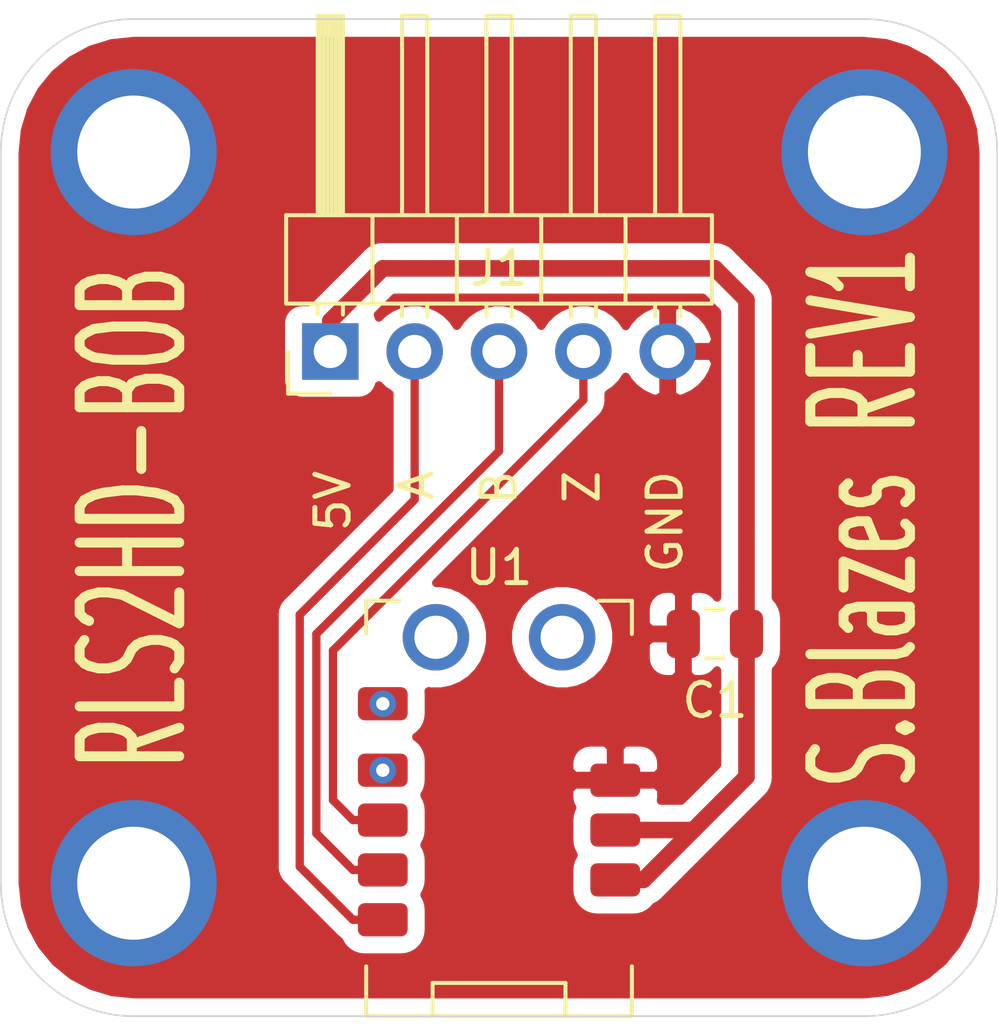
<source format=kicad_pcb>
(kicad_pcb (version 20171130) (host pcbnew "(5.1.8)-1")

  (general
    (thickness 1.6)
    (drawings 15)
    (tracks 31)
    (zones 0)
    (modules 3)
    (nets 6)
  )

  (page A4)
  (layers
    (0 F.Cu signal)
    (31 B.Cu signal)
    (32 B.Adhes user)
    (33 F.Adhes user)
    (34 B.Paste user)
    (35 F.Paste user)
    (36 B.SilkS user)
    (37 F.SilkS user)
    (38 B.Mask user)
    (39 F.Mask user)
    (40 Dwgs.User user)
    (41 Cmts.User user)
    (42 Eco1.User user)
    (43 Eco2.User user)
    (44 Edge.Cuts user)
    (45 Margin user)
    (46 B.CrtYd user)
    (47 F.CrtYd user)
    (48 B.Fab user)
    (49 F.Fab user)
  )

  (setup
    (last_trace_width 0.25)
    (trace_clearance 0.2)
    (zone_clearance 0.508)
    (zone_45_only no)
    (trace_min 0.2)
    (via_size 0.8)
    (via_drill 0.4)
    (via_min_size 0.4)
    (via_min_drill 0.3)
    (uvia_size 0.3)
    (uvia_drill 0.1)
    (uvias_allowed no)
    (uvia_min_size 0.2)
    (uvia_min_drill 0.1)
    (edge_width 0.05)
    (segment_width 0.2)
    (pcb_text_width 0.3)
    (pcb_text_size 1.5 1.5)
    (mod_edge_width 0.12)
    (mod_text_size 1 1)
    (mod_text_width 0.15)
    (pad_size 1.524 1.524)
    (pad_drill 0.762)
    (pad_to_mask_clearance 0)
    (aux_axis_origin 0 0)
    (visible_elements FFFFFF7F)
    (pcbplotparams
      (layerselection 0x010fc_ffffffff)
      (usegerberextensions false)
      (usegerberattributes true)
      (usegerberadvancedattributes true)
      (creategerberjobfile true)
      (excludeedgelayer true)
      (linewidth 0.100000)
      (plotframeref false)
      (viasonmask true)
      (mode 1)
      (useauxorigin false)
      (hpglpennumber 1)
      (hpglpenspeed 20)
      (hpglpendiameter 15.000000)
      (psnegative false)
      (psa4output false)
      (plotreference true)
      (plotvalue true)
      (plotinvisibletext false)
      (padsonsilk false)
      (subtractmaskfromsilk false)
      (outputformat 1)
      (mirror false)
      (drillshape 0)
      (scaleselection 1)
      (outputdirectory "output"))
  )

  (net 0 "")
  (net 1 GND)
  (net 2 +5V)
  (net 3 "Net-(J1-Pad4)")
  (net 4 "Net-(J1-Pad3)")
  (net 5 "Net-(J1-Pad2)")

  (net_class Default "This is the default net class."
    (clearance 0.2)
    (trace_width 0.25)
    (via_dia 0.8)
    (via_drill 0.4)
    (uvia_dia 0.3)
    (uvia_drill 0.1)
    (add_net +5V)
    (add_net GND)
    (add_net "Net-(J1-Pad2)")
    (add_net "Net-(J1-Pad3)")
    (add_net "Net-(J1-Pad4)")
  )

  (module Capacitor_SMD:C_0805_2012Metric (layer F.Cu) (tedit 5F68FEEE) (tstamp 60589081)
    (at 106.5 88.5 180)
    (descr "Capacitor SMD 0805 (2012 Metric), square (rectangular) end terminal, IPC_7351 nominal, (Body size source: IPC-SM-782 page 76, https://www.pcb-3d.com/wordpress/wp-content/uploads/ipc-sm-782a_amendment_1_and_2.pdf, https://docs.google.com/spreadsheets/d/1BsfQQcO9C6DZCsRaXUlFlo91Tg2WpOkGARC1WS5S8t0/edit?usp=sharing), generated with kicad-footprint-generator")
    (tags capacitor)
    (path /605906F9)
    (attr smd)
    (fp_text reference C1 (at 0 -2) (layer F.SilkS)
      (effects (font (size 1 1) (thickness 0.15)))
    )
    (fp_text value C (at 0 1.68) (layer F.Fab)
      (effects (font (size 1 1) (thickness 0.15)))
    )
    (fp_text user %R (at 0 0) (layer F.Fab)
      (effects (font (size 0.5 0.5) (thickness 0.08)))
    )
    (fp_line (start -1 0.625) (end -1 -0.625) (layer F.Fab) (width 0.1))
    (fp_line (start -1 -0.625) (end 1 -0.625) (layer F.Fab) (width 0.1))
    (fp_line (start 1 -0.625) (end 1 0.625) (layer F.Fab) (width 0.1))
    (fp_line (start 1 0.625) (end -1 0.625) (layer F.Fab) (width 0.1))
    (fp_line (start -0.261252 -0.735) (end 0.261252 -0.735) (layer F.SilkS) (width 0.12))
    (fp_line (start -0.261252 0.735) (end 0.261252 0.735) (layer F.SilkS) (width 0.12))
    (fp_line (start -1.7 0.98) (end -1.7 -0.98) (layer F.CrtYd) (width 0.05))
    (fp_line (start -1.7 -0.98) (end 1.7 -0.98) (layer F.CrtYd) (width 0.05))
    (fp_line (start 1.7 -0.98) (end 1.7 0.98) (layer F.CrtYd) (width 0.05))
    (fp_line (start 1.7 0.98) (end -1.7 0.98) (layer F.CrtYd) (width 0.05))
    (pad 2 smd roundrect (at 0.95 0 180) (size 1 1.45) (layers F.Cu F.Paste F.Mask) (roundrect_rratio 0.25)
      (net 1 GND))
    (pad 1 smd roundrect (at -0.95 0 180) (size 1 1.45) (layers F.Cu F.Paste F.Mask) (roundrect_rratio 0.25)
      (net 2 +5V))
    (model ${KISYS3DMOD}/Capacitor_SMD.3dshapes/C_0805_2012Metric.wrl
      (at (xyz 0 0 0))
      (scale (xyz 1 1 1))
      (rotate (xyz 0 0 0))
    )
  )

  (module rls2hd:RLS2HD (layer F.Cu) (tedit 60583877) (tstamp 605890F7)
    (at 100 100)
    (path /605848EC)
    (fp_text reference U1 (at 0 -13.5) (layer F.SilkS)
      (effects (font (size 1 1) (thickness 0.15)))
    )
    (fp_text value RLS2HD (at 0 -13.5) (layer F.Fab)
      (effects (font (size 1 1) (thickness 0.15)))
    )
    (fp_line (start -4 0) (end -4 -12.5) (layer F.CrtYd) (width 0.12))
    (fp_line (start -4 -12.5) (end 4 -12.5) (layer F.CrtYd) (width 0.12))
    (fp_line (start 4 -12.5) (end 4 0) (layer F.CrtYd) (width 0.12))
    (fp_line (start 4 0) (end -4 0) (layer F.CrtYd) (width 0.12))
    (fp_line (start -4 -1.5) (end -4 0) (layer F.SilkS) (width 0.12))
    (fp_line (start -4 0) (end 4 0) (layer F.SilkS) (width 0.12))
    (fp_line (start 4 0) (end 4 -1.5) (layer F.SilkS) (width 0.12))
    (fp_line (start -2 0) (end -2 -1) (layer F.SilkS) (width 0.12))
    (fp_line (start -2 -1) (end 2 -1) (layer F.SilkS) (width 0.12))
    (fp_line (start 2 -1) (end 2 0) (layer F.SilkS) (width 0.12))
    (fp_line (start -4 -11.5) (end -4 -12.5) (layer F.SilkS) (width 0.12))
    (fp_line (start -4 -12.5) (end -3 -12.5) (layer F.SilkS) (width 0.12))
    (fp_line (start 3 -12.5) (end 4 -12.5) (layer F.SilkS) (width 0.12))
    (fp_line (start 4 -12.5) (end 4 -11.5) (layer F.SilkS) (width 0.12))
    (pad "" thru_hole circle (at 1.9 -11.4) (size 2 2) (drill 1.3) (layers *.Cu *.Mask))
    (pad "" thru_hole circle (at -1.9 -11.4) (size 2 2) (drill 1.3) (layers *.Cu *.Mask))
    (pad 4 smd roundrect (at -3.5 -9.4 180) (size 1.5 1) (layers F.Cu F.Paste F.Mask) (roundrect_rratio 0.2))
    (pad 8 smd roundrect (at -3.5 -2.9 180) (size 1.5 1) (layers F.Cu F.Paste F.Mask) (roundrect_rratio 0.2)
      (net 5 "Net-(J1-Pad2)"))
    (pad 7 smd roundrect (at -3.5 -4.4 180) (size 1.5 1) (layers F.Cu F.Paste F.Mask) (roundrect_rratio 0.2)
      (net 4 "Net-(J1-Pad3)"))
    (pad 6 smd roundrect (at -3.5 -5.9 180) (size 1.5 1) (layers F.Cu F.Paste F.Mask) (roundrect_rratio 0.2)
      (net 3 "Net-(J1-Pad4)"))
    (pad 5 smd roundrect (at -3.5 -7.4 180) (size 1.5 1) (layers F.Cu F.Paste F.Mask) (roundrect_rratio 0.2))
    (pad 1 smd roundrect (at 3.5 -4.1 180) (size 1.5 1) (layers F.Cu F.Paste F.Mask) (roundrect_rratio 0.2)
      (net 2 +5V))
    (pad 2 smd roundrect (at 3.5 -5.6 180) (size 1.5 1) (layers F.Cu F.Paste F.Mask) (roundrect_rratio 0.2)
      (net 2 +5V))
    (pad 3 smd roundrect (at 3.5 -7.1 180) (size 1.5 1) (layers F.Cu F.Paste F.Mask) (roundrect_rratio 0.2)
      (net 1 GND))
  )

  (module Connector_PinHeader_2.54mm:PinHeader_1x05_P2.54mm_Horizontal (layer F.Cu) (tedit 59FED5CB) (tstamp 605890DB)
    (at 94.92 80 90)
    (descr "Through hole angled pin header, 1x05, 2.54mm pitch, 6mm pin length, single row")
    (tags "Through hole angled pin header THT 1x05 2.54mm single row")
    (path /60589C55)
    (fp_text reference J1 (at 2.5 5.08 180) (layer F.SilkS)
      (effects (font (size 1 1) (thickness 0.15)))
    )
    (fp_text value Conn_01x05 (at 4.385 12.43 90) (layer F.Fab)
      (effects (font (size 1 1) (thickness 0.15)))
    )
    (fp_text user %R (at 2.77 5.08) (layer F.Fab)
      (effects (font (size 1 1) (thickness 0.15)))
    )
    (fp_line (start 2.135 -1.27) (end 4.04 -1.27) (layer F.Fab) (width 0.1))
    (fp_line (start 4.04 -1.27) (end 4.04 11.43) (layer F.Fab) (width 0.1))
    (fp_line (start 4.04 11.43) (end 1.5 11.43) (layer F.Fab) (width 0.1))
    (fp_line (start 1.5 11.43) (end 1.5 -0.635) (layer F.Fab) (width 0.1))
    (fp_line (start 1.5 -0.635) (end 2.135 -1.27) (layer F.Fab) (width 0.1))
    (fp_line (start -0.32 -0.32) (end 1.5 -0.32) (layer F.Fab) (width 0.1))
    (fp_line (start -0.32 -0.32) (end -0.32 0.32) (layer F.Fab) (width 0.1))
    (fp_line (start -0.32 0.32) (end 1.5 0.32) (layer F.Fab) (width 0.1))
    (fp_line (start 4.04 -0.32) (end 10.04 -0.32) (layer F.Fab) (width 0.1))
    (fp_line (start 10.04 -0.32) (end 10.04 0.32) (layer F.Fab) (width 0.1))
    (fp_line (start 4.04 0.32) (end 10.04 0.32) (layer F.Fab) (width 0.1))
    (fp_line (start -0.32 2.22) (end 1.5 2.22) (layer F.Fab) (width 0.1))
    (fp_line (start -0.32 2.22) (end -0.32 2.86) (layer F.Fab) (width 0.1))
    (fp_line (start -0.32 2.86) (end 1.5 2.86) (layer F.Fab) (width 0.1))
    (fp_line (start 4.04 2.22) (end 10.04 2.22) (layer F.Fab) (width 0.1))
    (fp_line (start 10.04 2.22) (end 10.04 2.86) (layer F.Fab) (width 0.1))
    (fp_line (start 4.04 2.86) (end 10.04 2.86) (layer F.Fab) (width 0.1))
    (fp_line (start -0.32 4.76) (end 1.5 4.76) (layer F.Fab) (width 0.1))
    (fp_line (start -0.32 4.76) (end -0.32 5.4) (layer F.Fab) (width 0.1))
    (fp_line (start -0.32 5.4) (end 1.5 5.4) (layer F.Fab) (width 0.1))
    (fp_line (start 4.04 4.76) (end 10.04 4.76) (layer F.Fab) (width 0.1))
    (fp_line (start 10.04 4.76) (end 10.04 5.4) (layer F.Fab) (width 0.1))
    (fp_line (start 4.04 5.4) (end 10.04 5.4) (layer F.Fab) (width 0.1))
    (fp_line (start -0.32 7.3) (end 1.5 7.3) (layer F.Fab) (width 0.1))
    (fp_line (start -0.32 7.3) (end -0.32 7.94) (layer F.Fab) (width 0.1))
    (fp_line (start -0.32 7.94) (end 1.5 7.94) (layer F.Fab) (width 0.1))
    (fp_line (start 4.04 7.3) (end 10.04 7.3) (layer F.Fab) (width 0.1))
    (fp_line (start 10.04 7.3) (end 10.04 7.94) (layer F.Fab) (width 0.1))
    (fp_line (start 4.04 7.94) (end 10.04 7.94) (layer F.Fab) (width 0.1))
    (fp_line (start -0.32 9.84) (end 1.5 9.84) (layer F.Fab) (width 0.1))
    (fp_line (start -0.32 9.84) (end -0.32 10.48) (layer F.Fab) (width 0.1))
    (fp_line (start -0.32 10.48) (end 1.5 10.48) (layer F.Fab) (width 0.1))
    (fp_line (start 4.04 9.84) (end 10.04 9.84) (layer F.Fab) (width 0.1))
    (fp_line (start 10.04 9.84) (end 10.04 10.48) (layer F.Fab) (width 0.1))
    (fp_line (start 4.04 10.48) (end 10.04 10.48) (layer F.Fab) (width 0.1))
    (fp_line (start 1.44 -1.33) (end 1.44 11.49) (layer F.SilkS) (width 0.12))
    (fp_line (start 1.44 11.49) (end 4.1 11.49) (layer F.SilkS) (width 0.12))
    (fp_line (start 4.1 11.49) (end 4.1 -1.33) (layer F.SilkS) (width 0.12))
    (fp_line (start 4.1 -1.33) (end 1.44 -1.33) (layer F.SilkS) (width 0.12))
    (fp_line (start 4.1 -0.38) (end 10.1 -0.38) (layer F.SilkS) (width 0.12))
    (fp_line (start 10.1 -0.38) (end 10.1 0.38) (layer F.SilkS) (width 0.12))
    (fp_line (start 10.1 0.38) (end 4.1 0.38) (layer F.SilkS) (width 0.12))
    (fp_line (start 4.1 -0.32) (end 10.1 -0.32) (layer F.SilkS) (width 0.12))
    (fp_line (start 4.1 -0.2) (end 10.1 -0.2) (layer F.SilkS) (width 0.12))
    (fp_line (start 4.1 -0.08) (end 10.1 -0.08) (layer F.SilkS) (width 0.12))
    (fp_line (start 4.1 0.04) (end 10.1 0.04) (layer F.SilkS) (width 0.12))
    (fp_line (start 4.1 0.16) (end 10.1 0.16) (layer F.SilkS) (width 0.12))
    (fp_line (start 4.1 0.28) (end 10.1 0.28) (layer F.SilkS) (width 0.12))
    (fp_line (start 1.11 -0.38) (end 1.44 -0.38) (layer F.SilkS) (width 0.12))
    (fp_line (start 1.11 0.38) (end 1.44 0.38) (layer F.SilkS) (width 0.12))
    (fp_line (start 1.44 1.27) (end 4.1 1.27) (layer F.SilkS) (width 0.12))
    (fp_line (start 4.1 2.16) (end 10.1 2.16) (layer F.SilkS) (width 0.12))
    (fp_line (start 10.1 2.16) (end 10.1 2.92) (layer F.SilkS) (width 0.12))
    (fp_line (start 10.1 2.92) (end 4.1 2.92) (layer F.SilkS) (width 0.12))
    (fp_line (start 1.042929 2.16) (end 1.44 2.16) (layer F.SilkS) (width 0.12))
    (fp_line (start 1.042929 2.92) (end 1.44 2.92) (layer F.SilkS) (width 0.12))
    (fp_line (start 1.44 3.81) (end 4.1 3.81) (layer F.SilkS) (width 0.12))
    (fp_line (start 4.1 4.7) (end 10.1 4.7) (layer F.SilkS) (width 0.12))
    (fp_line (start 10.1 4.7) (end 10.1 5.46) (layer F.SilkS) (width 0.12))
    (fp_line (start 10.1 5.46) (end 4.1 5.46) (layer F.SilkS) (width 0.12))
    (fp_line (start 1.042929 4.7) (end 1.44 4.7) (layer F.SilkS) (width 0.12))
    (fp_line (start 1.042929 5.46) (end 1.44 5.46) (layer F.SilkS) (width 0.12))
    (fp_line (start 1.44 6.35) (end 4.1 6.35) (layer F.SilkS) (width 0.12))
    (fp_line (start 4.1 7.24) (end 10.1 7.24) (layer F.SilkS) (width 0.12))
    (fp_line (start 10.1 7.24) (end 10.1 8) (layer F.SilkS) (width 0.12))
    (fp_line (start 10.1 8) (end 4.1 8) (layer F.SilkS) (width 0.12))
    (fp_line (start 1.042929 7.24) (end 1.44 7.24) (layer F.SilkS) (width 0.12))
    (fp_line (start 1.042929 8) (end 1.44 8) (layer F.SilkS) (width 0.12))
    (fp_line (start 1.44 8.89) (end 4.1 8.89) (layer F.SilkS) (width 0.12))
    (fp_line (start 4.1 9.78) (end 10.1 9.78) (layer F.SilkS) (width 0.12))
    (fp_line (start 10.1 9.78) (end 10.1 10.54) (layer F.SilkS) (width 0.12))
    (fp_line (start 10.1 10.54) (end 4.1 10.54) (layer F.SilkS) (width 0.12))
    (fp_line (start 1.042929 9.78) (end 1.44 9.78) (layer F.SilkS) (width 0.12))
    (fp_line (start 1.042929 10.54) (end 1.44 10.54) (layer F.SilkS) (width 0.12))
    (fp_line (start -1.27 0) (end -1.27 -1.27) (layer F.SilkS) (width 0.12))
    (fp_line (start -1.27 -1.27) (end 0 -1.27) (layer F.SilkS) (width 0.12))
    (fp_line (start -1.8 -1.8) (end -1.8 11.95) (layer F.CrtYd) (width 0.05))
    (fp_line (start -1.8 11.95) (end 10.55 11.95) (layer F.CrtYd) (width 0.05))
    (fp_line (start 10.55 11.95) (end 10.55 -1.8) (layer F.CrtYd) (width 0.05))
    (fp_line (start 10.55 -1.8) (end -1.8 -1.8) (layer F.CrtYd) (width 0.05))
    (pad 5 thru_hole oval (at 0 10.16 90) (size 1.7 1.7) (drill 1) (layers *.Cu *.Mask)
      (net 1 GND))
    (pad 4 thru_hole oval (at 0 7.62 90) (size 1.7 1.7) (drill 1) (layers *.Cu *.Mask)
      (net 3 "Net-(J1-Pad4)"))
    (pad 3 thru_hole oval (at 0 5.08 90) (size 1.7 1.7) (drill 1) (layers *.Cu *.Mask)
      (net 4 "Net-(J1-Pad3)"))
    (pad 2 thru_hole oval (at 0 2.54 90) (size 1.7 1.7) (drill 1) (layers *.Cu *.Mask)
      (net 5 "Net-(J1-Pad2)"))
    (pad 1 thru_hole rect (at 0 0 90) (size 1.7 1.7) (drill 1) (layers *.Cu *.Mask)
      (net 2 +5V))
    (model ${KISYS3DMOD}/Connector_PinHeader_2.54mm.3dshapes/PinHeader_1x05_P2.54mm_Horizontal.wrl
      (at (xyz 0 0 0))
      (scale (xyz 1 1 1))
      (rotate (xyz 0 0 0))
    )
  )

  (gr_text "S.Blazes REV1" (at 111 85 90) (layer F.SilkS) (tstamp 6058ABE0)
    (effects (font (size 3 1.5) (thickness 0.3)))
  )
  (gr_text RLS2HD-BOB (at 89 85 90) (layer F.SilkS)
    (effects (font (size 3 1.5) (thickness 0.3)))
  )
  (gr_text GND (at 105 83.5 90) (layer F.SilkS) (tstamp 605898E0)
    (effects (font (size 1 1) (thickness 0.15)) (justify right))
  )
  (gr_text Z (at 102.5 83.5 90) (layer F.SilkS) (tstamp 605898DE)
    (effects (font (size 1 1) (thickness 0.15)) (justify right))
  )
  (gr_text B (at 100 83.5 90) (layer F.SilkS) (tstamp 605898DC)
    (effects (font (size 1 1) (thickness 0.15)) (justify right))
  )
  (gr_text A (at 97.5 83.5 90) (layer F.SilkS) (tstamp 605898D9)
    (effects (font (size 1 1) (thickness 0.15)) (justify right))
  )
  (gr_text 5V (at 95 83.5 90) (layer F.SilkS)
    (effects (font (size 1 1) (thickness 0.15)) (justify right))
  )
  (gr_arc (start 111 96) (end 111 100) (angle -90) (layer Edge.Cuts) (width 0.05))
  (gr_arc (start 89 96) (end 85 96) (angle -90) (layer Edge.Cuts) (width 0.05))
  (gr_arc (start 89 74) (end 89 70) (angle -90) (layer Edge.Cuts) (width 0.05))
  (gr_arc (start 111 74) (end 115 74) (angle -90) (layer Edge.Cuts) (width 0.05))
  (gr_line (start 85 74) (end 85 96) (layer Edge.Cuts) (width 0.05) (tstamp 605896CD))
  (gr_line (start 111 70) (end 89 70) (layer Edge.Cuts) (width 0.05))
  (gr_line (start 115 96) (end 115 74) (layer Edge.Cuts) (width 0.05))
  (gr_line (start 89 100) (end 111 100) (layer Edge.Cuts) (width 0.05))

  (via (at 96.5 90.6) (size 0.8) (drill 0.4) (layers F.Cu B.Cu) (net 0))
  (via (at 96.5 92.6) (size 0.8) (drill 0.4) (layers F.Cu B.Cu) (net 0))
  (via (at 111 74) (size 5) (drill 3.4) (layers F.Cu B.Cu) (net 1))
  (via (at 111 96) (size 5) (drill 3.4) (layers F.Cu B.Cu) (net 1) (tstamp 60589885))
  (via (at 89 96) (size 5) (drill 3.4) (layers F.Cu B.Cu) (net 1) (tstamp 60589887))
  (via (at 89 74) (size 5) (drill 3.4) (layers F.Cu B.Cu) (net 1) (tstamp 60589889))
  (segment (start 94.92 80) (end 94.92 79.08) (width 0.5) (layer F.Cu) (net 2))
  (segment (start 94.92 79.08) (end 96.5 77.5) (width 0.5) (layer F.Cu) (net 2))
  (segment (start 96.5 77.5) (end 106.5 77.5) (width 0.5) (layer F.Cu) (net 2))
  (segment (start 107.45 78.45) (end 107.45 85.5) (width 0.5) (layer F.Cu) (net 2))
  (segment (start 106.5 77.5) (end 107.45 78.45) (width 0.5) (layer F.Cu) (net 2))
  (segment (start 107.45 85.5) (end 107.45 92.8) (width 0.5) (layer F.Cu) (net 2))
  (segment (start 104.35 95.9) (end 103.5 95.9) (width 0.5) (layer F.Cu) (net 2))
  (segment (start 107.45 92.8) (end 104.35 95.9) (width 0.5) (layer F.Cu) (net 2))
  (segment (start 105.85 94.4) (end 103.5 94.4) (width 0.5) (layer F.Cu) (net 2))
  (segment (start 105.875 94.375) (end 105.85 94.4) (width 0.5) (layer F.Cu) (net 2))
  (segment (start 95 93.5) (end 95.6 94.1) (width 0.25) (layer F.Cu) (net 3))
  (segment (start 95 89) (end 95 93.5) (width 0.25) (layer F.Cu) (net 3))
  (segment (start 102.54 81.46) (end 95 89) (width 0.25) (layer F.Cu) (net 3))
  (segment (start 95.6 94.1) (end 96.5 94.1) (width 0.25) (layer F.Cu) (net 3))
  (segment (start 102.54 80) (end 102.54 81.46) (width 0.25) (layer F.Cu) (net 3))
  (segment (start 95.6 95.6) (end 96.5 95.6) (width 0.25) (layer F.Cu) (net 4))
  (segment (start 94.5 94.5) (end 95.6 95.6) (width 0.25) (layer F.Cu) (net 4))
  (segment (start 94.5 88.5) (end 94.5 94.5) (width 0.25) (layer F.Cu) (net 4))
  (segment (start 100 83) (end 94.5 88.5) (width 0.25) (layer F.Cu) (net 4))
  (segment (start 100 80) (end 100 83) (width 0.25) (layer F.Cu) (net 4))
  (segment (start 94 95.5) (end 95.6 97.1) (width 0.25) (layer F.Cu) (net 5))
  (segment (start 94 87.92) (end 94 95.5) (width 0.25) (layer F.Cu) (net 5))
  (segment (start 97.46 84.46) (end 94 87.92) (width 0.25) (layer F.Cu) (net 5))
  (segment (start 95.6 97.1) (end 96.5 97.1) (width 0.25) (layer F.Cu) (net 5))
  (segment (start 97.46 80) (end 97.46 84.46) (width 0.25) (layer F.Cu) (net 5))

  (zone (net 1) (net_name GND) (layer F.Cu) (tstamp 6058AE82) (hatch edge 0.508)
    (connect_pads (clearance 0.508))
    (min_thickness 0.254)
    (fill yes (arc_segments 32) (thermal_gap 0.508) (thermal_bridge_width 0.508))
    (polygon
      (pts
        (xy 114.5 99.5) (xy 85.5 99.5) (xy 85.5 70.5) (xy 114.5 70.5)
      )
    )
    (filled_polygon
      (pts
        (xy 111.648126 70.726714) (xy 112.271572 70.914943) (xy 112.846579 71.220681) (xy 113.351247 71.632279) (xy 113.766362 72.134067)
        (xy 114.076105 72.706924) (xy 114.268682 73.329039) (xy 114.340001 74.007594) (xy 114.34 95.967721) (xy 114.273286 96.648126)
        (xy 114.085057 97.27157) (xy 113.779323 97.846573) (xy 113.367721 98.351248) (xy 112.865933 98.766362) (xy 112.293077 99.076104)
        (xy 111.670961 99.268682) (xy 110.992417 99.34) (xy 89.032279 99.34) (xy 88.351874 99.273286) (xy 87.72843 99.085057)
        (xy 87.153427 98.779323) (xy 86.648752 98.367721) (xy 86.233638 97.865933) (xy 85.923896 97.293077) (xy 85.731318 96.670961)
        (xy 85.66 95.992417) (xy 85.66 87.92) (xy 93.236324 87.92) (xy 93.24 87.957322) (xy 93.240001 95.462668)
        (xy 93.236324 95.5) (xy 93.250998 95.648985) (xy 93.294454 95.792246) (xy 93.365026 95.924276) (xy 93.42149 95.993077)
        (xy 93.46 96.040001) (xy 93.488998 96.063799) (xy 95.036201 97.611003) (xy 95.059999 97.640001) (xy 95.175724 97.734974)
        (xy 95.186391 97.740676) (xy 95.253169 97.865608) (xy 95.357394 97.992606) (xy 95.484392 98.096831) (xy 95.629284 98.174278)
        (xy 95.7865 98.221969) (xy 95.95 98.238072) (xy 97.05 98.238072) (xy 97.2135 98.221969) (xy 97.370716 98.174278)
        (xy 97.515608 98.096831) (xy 97.642606 97.992606) (xy 97.746831 97.865608) (xy 97.824278 97.720716) (xy 97.871969 97.5635)
        (xy 97.888072 97.4) (xy 97.888072 96.8) (xy 97.871969 96.6365) (xy 97.824278 96.479284) (xy 97.755174 96.35)
        (xy 97.824278 96.220716) (xy 97.871969 96.0635) (xy 97.888072 95.9) (xy 97.888072 95.3) (xy 97.871969 95.1365)
        (xy 97.824278 94.979284) (xy 97.755174 94.85) (xy 97.824278 94.720716) (xy 97.871969 94.5635) (xy 97.888072 94.4)
        (xy 97.888072 93.8) (xy 97.871969 93.6365) (xy 97.824278 93.479284) (xy 97.755174 93.35) (xy 97.824278 93.220716)
        (xy 97.871969 93.0635) (xy 97.888072 92.9) (xy 97.888072 92.4) (xy 102.111928 92.4) (xy 102.115 92.61425)
        (xy 102.27375 92.773) (xy 103.373 92.773) (xy 103.373 91.92375) (xy 103.627 91.92375) (xy 103.627 92.773)
        (xy 104.72625 92.773) (xy 104.885 92.61425) (xy 104.888072 92.4) (xy 104.875812 92.275518) (xy 104.839502 92.15582)
        (xy 104.780537 92.045506) (xy 104.701185 91.948815) (xy 104.604494 91.869463) (xy 104.49418 91.810498) (xy 104.374482 91.774188)
        (xy 104.25 91.761928) (xy 103.78575 91.765) (xy 103.627 91.92375) (xy 103.373 91.92375) (xy 103.21425 91.765)
        (xy 102.75 91.761928) (xy 102.625518 91.774188) (xy 102.50582 91.810498) (xy 102.395506 91.869463) (xy 102.298815 91.948815)
        (xy 102.219463 92.045506) (xy 102.160498 92.15582) (xy 102.124188 92.275518) (xy 102.111928 92.4) (xy 97.888072 92.4)
        (xy 97.888072 92.3) (xy 97.871969 92.1365) (xy 97.824278 91.979284) (xy 97.746831 91.834392) (xy 97.642606 91.707394)
        (xy 97.515608 91.603169) (xy 97.509679 91.6) (xy 97.515608 91.596831) (xy 97.642606 91.492606) (xy 97.746831 91.365608)
        (xy 97.824278 91.220716) (xy 97.871969 91.0635) (xy 97.888072 90.9) (xy 97.888072 90.3) (xy 97.880525 90.223375)
        (xy 97.938967 90.235) (xy 98.261033 90.235) (xy 98.576912 90.172168) (xy 98.874463 90.048918) (xy 99.142252 89.869987)
        (xy 99.369987 89.642252) (xy 99.548918 89.374463) (xy 99.672168 89.076912) (xy 99.735 88.761033) (xy 99.735 88.438967)
        (xy 100.265 88.438967) (xy 100.265 88.761033) (xy 100.327832 89.076912) (xy 100.451082 89.374463) (xy 100.630013 89.642252)
        (xy 100.857748 89.869987) (xy 101.125537 90.048918) (xy 101.423088 90.172168) (xy 101.738967 90.235) (xy 102.061033 90.235)
        (xy 102.376912 90.172168) (xy 102.674463 90.048918) (xy 102.942252 89.869987) (xy 103.169987 89.642252) (xy 103.348918 89.374463)
        (xy 103.410827 89.225) (xy 104.411928 89.225) (xy 104.424188 89.349482) (xy 104.460498 89.46918) (xy 104.519463 89.579494)
        (xy 104.598815 89.676185) (xy 104.695506 89.755537) (xy 104.80582 89.814502) (xy 104.925518 89.850812) (xy 105.05 89.863072)
        (xy 105.26425 89.86) (xy 105.423 89.70125) (xy 105.423 88.627) (xy 104.57375 88.627) (xy 104.415 88.78575)
        (xy 104.411928 89.225) (xy 103.410827 89.225) (xy 103.472168 89.076912) (xy 103.535 88.761033) (xy 103.535 88.438967)
        (xy 103.472168 88.123088) (xy 103.348918 87.825537) (xy 103.315151 87.775) (xy 104.411928 87.775) (xy 104.415 88.21425)
        (xy 104.57375 88.373) (xy 105.423 88.373) (xy 105.423 87.29875) (xy 105.26425 87.14) (xy 105.05 87.136928)
        (xy 104.925518 87.149188) (xy 104.80582 87.185498) (xy 104.695506 87.244463) (xy 104.598815 87.323815) (xy 104.519463 87.420506)
        (xy 104.460498 87.53082) (xy 104.424188 87.650518) (xy 104.411928 87.775) (xy 103.315151 87.775) (xy 103.169987 87.557748)
        (xy 102.942252 87.330013) (xy 102.674463 87.151082) (xy 102.376912 87.027832) (xy 102.061033 86.965) (xy 101.738967 86.965)
        (xy 101.423088 87.027832) (xy 101.125537 87.151082) (xy 100.857748 87.330013) (xy 100.630013 87.557748) (xy 100.451082 87.825537)
        (xy 100.327832 88.123088) (xy 100.265 88.438967) (xy 99.735 88.438967) (xy 99.672168 88.123088) (xy 99.548918 87.825537)
        (xy 99.369987 87.557748) (xy 99.142252 87.330013) (xy 98.874463 87.151082) (xy 98.576912 87.027832) (xy 98.261033 86.965)
        (xy 98.109801 86.965) (xy 103.051003 82.023799) (xy 103.080001 82.000001) (xy 103.174974 81.884276) (xy 103.245546 81.752247)
        (xy 103.289003 81.608986) (xy 103.3 81.497333) (xy 103.3 81.497324) (xy 103.303676 81.460001) (xy 103.3 81.422678)
        (xy 103.3 81.278178) (xy 103.486632 81.153475) (xy 103.693475 80.946632) (xy 103.815195 80.764466) (xy 103.884822 80.881355)
        (xy 104.079731 81.097588) (xy 104.31308 81.271641) (xy 104.575901 81.396825) (xy 104.72311 81.441476) (xy 104.953 81.320155)
        (xy 104.953 80.127) (xy 105.207 80.127) (xy 105.207 81.320155) (xy 105.43689 81.441476) (xy 105.584099 81.396825)
        (xy 105.84692 81.271641) (xy 106.080269 81.097588) (xy 106.275178 80.881355) (xy 106.424157 80.631252) (xy 106.521481 80.356891)
        (xy 106.400814 80.127) (xy 105.207 80.127) (xy 104.953 80.127) (xy 104.933 80.127) (xy 104.933 79.873)
        (xy 104.953 79.873) (xy 104.953 78.679845) (xy 105.207 78.679845) (xy 105.207 79.873) (xy 106.400814 79.873)
        (xy 106.521481 79.643109) (xy 106.424157 79.368748) (xy 106.275178 79.118645) (xy 106.080269 78.902412) (xy 105.84692 78.728359)
        (xy 105.584099 78.603175) (xy 105.43689 78.558524) (xy 105.207 78.679845) (xy 104.953 78.679845) (xy 104.72311 78.558524)
        (xy 104.575901 78.603175) (xy 104.31308 78.728359) (xy 104.079731 78.902412) (xy 103.884822 79.118645) (xy 103.815195 79.235534)
        (xy 103.693475 79.053368) (xy 103.486632 78.846525) (xy 103.243411 78.68401) (xy 102.973158 78.572068) (xy 102.68626 78.515)
        (xy 102.39374 78.515) (xy 102.106842 78.572068) (xy 101.836589 78.68401) (xy 101.593368 78.846525) (xy 101.386525 79.053368)
        (xy 101.27 79.22776) (xy 101.153475 79.053368) (xy 100.946632 78.846525) (xy 100.703411 78.68401) (xy 100.433158 78.572068)
        (xy 100.14626 78.515) (xy 99.85374 78.515) (xy 99.566842 78.572068) (xy 99.296589 78.68401) (xy 99.053368 78.846525)
        (xy 98.846525 79.053368) (xy 98.73 79.22776) (xy 98.613475 79.053368) (xy 98.406632 78.846525) (xy 98.163411 78.68401)
        (xy 97.893158 78.572068) (xy 97.60626 78.515) (xy 97.31374 78.515) (xy 97.026842 78.572068) (xy 96.756589 78.68401)
        (xy 96.513368 78.846525) (xy 96.381513 78.97838) (xy 96.359502 78.90582) (xy 96.354715 78.896864) (xy 96.866579 78.385)
        (xy 106.133422 78.385) (xy 106.565 78.816579) (xy 106.565001 85.456514) (xy 106.565 85.456524) (xy 106.565 87.401574)
        (xy 106.501185 87.323815) (xy 106.404494 87.244463) (xy 106.29418 87.185498) (xy 106.174482 87.149188) (xy 106.05 87.136928)
        (xy 105.83575 87.14) (xy 105.677 87.29875) (xy 105.677 88.373) (xy 105.697 88.373) (xy 105.697 88.627)
        (xy 105.677 88.627) (xy 105.677 89.70125) (xy 105.83575 89.86) (xy 106.05 89.863072) (xy 106.174482 89.850812)
        (xy 106.29418 89.814502) (xy 106.404494 89.755537) (xy 106.501185 89.676185) (xy 106.565001 89.598425) (xy 106.565001 92.43342)
        (xy 105.483421 93.515) (xy 104.876746 93.515) (xy 104.888072 93.4) (xy 104.885 93.18575) (xy 104.72625 93.027)
        (xy 103.627 93.027) (xy 103.627 93.047) (xy 103.373 93.047) (xy 103.373 93.027) (xy 102.27375 93.027)
        (xy 102.115 93.18575) (xy 102.111928 93.4) (xy 102.124188 93.524482) (xy 102.160498 93.64418) (xy 102.204218 93.725973)
        (xy 102.175722 93.779284) (xy 102.128031 93.9365) (xy 102.111928 94.1) (xy 102.111928 94.7) (xy 102.128031 94.8635)
        (xy 102.175722 95.020716) (xy 102.244826 95.15) (xy 102.175722 95.279284) (xy 102.128031 95.4365) (xy 102.111928 95.6)
        (xy 102.111928 96.2) (xy 102.128031 96.3635) (xy 102.175722 96.520716) (xy 102.253169 96.665608) (xy 102.357394 96.792606)
        (xy 102.484392 96.896831) (xy 102.629284 96.974278) (xy 102.7865 97.021969) (xy 102.95 97.038072) (xy 104.05 97.038072)
        (xy 104.2135 97.021969) (xy 104.370716 96.974278) (xy 104.515608 96.896831) (xy 104.642606 96.792606) (xy 104.709152 96.711519)
        (xy 104.844059 96.639411) (xy 104.978817 96.528817) (xy 105.006534 96.495044) (xy 106.445046 95.056532) (xy 106.478817 95.028817)
        (xy 106.506532 94.995047) (xy 108.045049 93.45653) (xy 108.078817 93.428817) (xy 108.107019 93.394454) (xy 108.18941 93.29406)
        (xy 108.206585 93.261928) (xy 108.271589 93.140313) (xy 108.322195 92.97349) (xy 108.335 92.843477) (xy 108.335 92.843467)
        (xy 108.339281 92.800001) (xy 108.335 92.756534) (xy 108.335 89.594386) (xy 108.438405 89.468386) (xy 108.520472 89.31485)
        (xy 108.571008 89.148254) (xy 108.588072 88.975) (xy 108.588072 88.025) (xy 108.571008 87.851746) (xy 108.520472 87.68515)
        (xy 108.438405 87.531614) (xy 108.335 87.405614) (xy 108.335 78.493469) (xy 108.339281 78.45) (xy 108.335 78.406531)
        (xy 108.335 78.406523) (xy 108.322195 78.27651) (xy 108.271589 78.109687) (xy 108.189411 77.955941) (xy 108.078817 77.821183)
        (xy 108.04505 77.793471) (xy 107.156534 76.904956) (xy 107.128817 76.871183) (xy 106.994059 76.760589) (xy 106.840313 76.678411)
        (xy 106.67349 76.627805) (xy 106.543477 76.615) (xy 106.543469 76.615) (xy 106.5 76.610719) (xy 106.456531 76.615)
        (xy 96.543465 76.615) (xy 96.499999 76.610719) (xy 96.456533 76.615) (xy 96.456523 76.615) (xy 96.32651 76.627805)
        (xy 96.159687 76.678411) (xy 96.005941 76.760589) (xy 96.005939 76.76059) (xy 96.00594 76.76059) (xy 95.904953 76.843468)
        (xy 95.904951 76.84347) (xy 95.871183 76.871183) (xy 95.84347 76.904951) (xy 94.324951 78.423471) (xy 94.291184 78.451183)
        (xy 94.263471 78.484951) (xy 94.263468 78.484954) (xy 94.241331 78.511928) (xy 94.07 78.511928) (xy 93.945518 78.524188)
        (xy 93.82582 78.560498) (xy 93.715506 78.619463) (xy 93.618815 78.698815) (xy 93.539463 78.795506) (xy 93.480498 78.90582)
        (xy 93.444188 79.025518) (xy 93.431928 79.15) (xy 93.431928 80.85) (xy 93.444188 80.974482) (xy 93.480498 81.09418)
        (xy 93.539463 81.204494) (xy 93.618815 81.301185) (xy 93.715506 81.380537) (xy 93.82582 81.439502) (xy 93.945518 81.475812)
        (xy 94.07 81.488072) (xy 95.77 81.488072) (xy 95.894482 81.475812) (xy 96.01418 81.439502) (xy 96.124494 81.380537)
        (xy 96.221185 81.301185) (xy 96.300537 81.204494) (xy 96.359502 81.09418) (xy 96.381513 81.02162) (xy 96.513368 81.153475)
        (xy 96.7 81.278179) (xy 96.700001 84.145197) (xy 93.489003 87.356196) (xy 93.459999 87.379999) (xy 93.404871 87.447174)
        (xy 93.365026 87.495724) (xy 93.294455 87.627753) (xy 93.294454 87.627754) (xy 93.250997 87.771015) (xy 93.24 87.882668)
        (xy 93.24 87.882678) (xy 93.236324 87.92) (xy 85.66 87.92) (xy 85.66 74.032278) (xy 85.726714 73.351874)
        (xy 85.914943 72.728428) (xy 86.220681 72.153421) (xy 86.632279 71.648753) (xy 87.134067 71.233638) (xy 87.706924 70.923895)
        (xy 88.329039 70.731318) (xy 89.007584 70.66) (xy 110.967722 70.66)
      )
    )
  )
)

</source>
